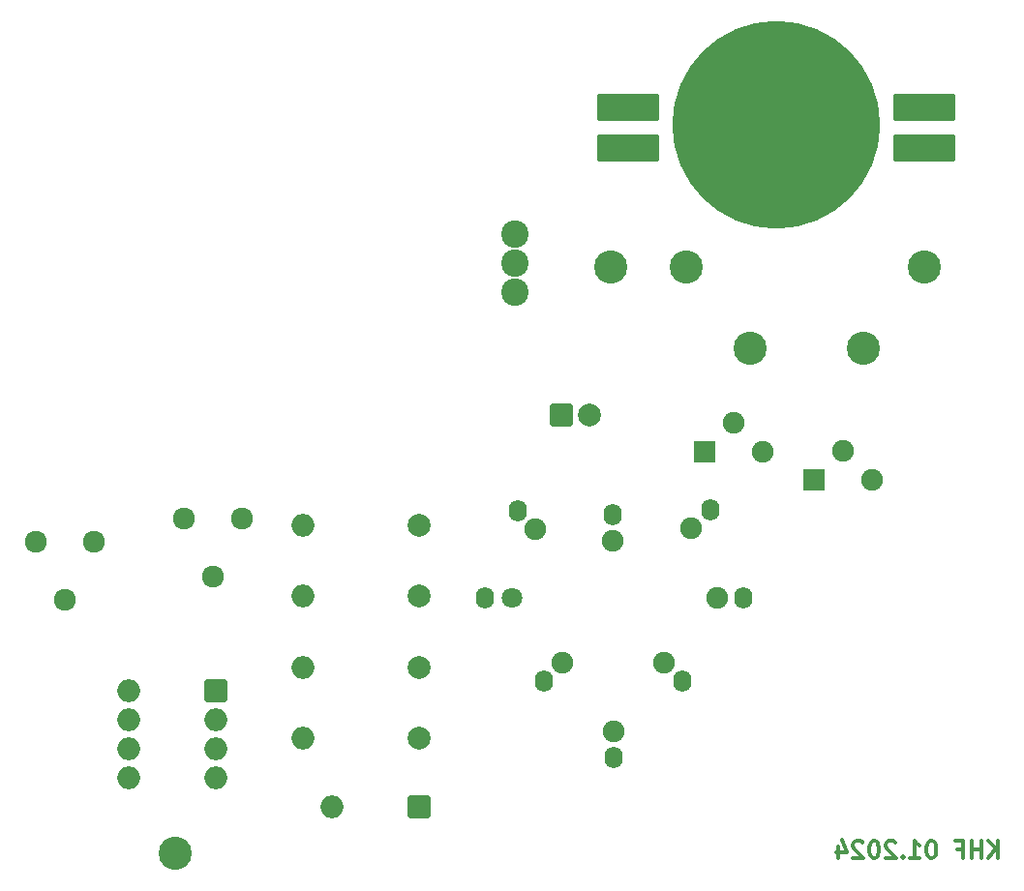
<source format=gbr>
%TF.GenerationSoftware,KiCad,Pcbnew,8.0.1*%
%TF.CreationDate,2024-04-02T10:44:01+02:00*%
%TF.ProjectId,Einhorn,45696e68-6f72-46e2-9e6b-696361645f70,rev?*%
%TF.SameCoordinates,Original*%
%TF.FileFunction,Soldermask,Bot*%
%TF.FilePolarity,Negative*%
%FSLAX46Y46*%
G04 Gerber Fmt 4.6, Leading zero omitted, Abs format (unit mm)*
G04 Created by KiCad (PCBNEW 8.0.1) date 2024-04-02 10:44:01*
%MOMM*%
%LPD*%
G01*
G04 APERTURE LIST*
G04 Aperture macros list*
%AMRoundRect*
0 Rectangle with rounded corners*
0 $1 Rounding radius*
0 $2 $3 $4 $5 $6 $7 $8 $9 X,Y pos of 4 corners*
0 Add a 4 corners polygon primitive as box body*
4,1,4,$2,$3,$4,$5,$6,$7,$8,$9,$2,$3,0*
0 Add four circle primitives for the rounded corners*
1,1,$1+$1,$2,$3*
1,1,$1+$1,$4,$5*
1,1,$1+$1,$6,$7*
1,1,$1+$1,$8,$9*
0 Add four rect primitives between the rounded corners*
20,1,$1+$1,$2,$3,$4,$5,0*
20,1,$1+$1,$4,$5,$6,$7,0*
20,1,$1+$1,$6,$7,$8,$9,0*
20,1,$1+$1,$8,$9,$2,$3,0*%
G04 Aperture macros list end*
%ADD10C,0.300000*%
%ADD11C,2.900000*%
%ADD12RoundRect,0.200000X-2.500000X-1.000000X2.500000X-1.000000X2.500000X1.000000X-2.500000X1.000000X0*%
%ADD13C,18.180000*%
%ADD14RoundRect,0.200000X-0.750000X-0.750000X0.750000X-0.750000X0.750000X0.750000X-0.750000X0.750000X0*%
%ADD15C,1.900000*%
%ADD16RoundRect,0.200000X-0.800000X-0.800000X0.800000X-0.800000X0.800000X0.800000X-0.800000X0.800000X0*%
%ADD17C,2.000000*%
%ADD18C,1.924000*%
%ADD19O,1.600000X1.900000*%
%ADD20C,1.800000*%
%ADD21RoundRect,0.200000X0.800000X0.800000X-0.800000X0.800000X-0.800000X-0.800000X0.800000X-0.800000X0*%
%ADD22O,2.000000X2.000000*%
%ADD23C,2.400000*%
G04 APERTURE END LIST*
D10*
X122345489Y-99910828D02*
X122345489Y-98410828D01*
X121488346Y-99910828D02*
X122131203Y-99053685D01*
X121488346Y-98410828D02*
X122345489Y-99267971D01*
X120845489Y-99910828D02*
X120845489Y-98410828D01*
X120845489Y-99125114D02*
X119988346Y-99125114D01*
X119988346Y-99910828D02*
X119988346Y-98410828D01*
X118774060Y-99125114D02*
X119274060Y-99125114D01*
X119274060Y-99910828D02*
X119274060Y-98410828D01*
X119274060Y-98410828D02*
X118559774Y-98410828D01*
X116559774Y-98410828D02*
X116416917Y-98410828D01*
X116416917Y-98410828D02*
X116274060Y-98482257D01*
X116274060Y-98482257D02*
X116202632Y-98553685D01*
X116202632Y-98553685D02*
X116131203Y-98696542D01*
X116131203Y-98696542D02*
X116059774Y-98982257D01*
X116059774Y-98982257D02*
X116059774Y-99339400D01*
X116059774Y-99339400D02*
X116131203Y-99625114D01*
X116131203Y-99625114D02*
X116202632Y-99767971D01*
X116202632Y-99767971D02*
X116274060Y-99839400D01*
X116274060Y-99839400D02*
X116416917Y-99910828D01*
X116416917Y-99910828D02*
X116559774Y-99910828D01*
X116559774Y-99910828D02*
X116702632Y-99839400D01*
X116702632Y-99839400D02*
X116774060Y-99767971D01*
X116774060Y-99767971D02*
X116845489Y-99625114D01*
X116845489Y-99625114D02*
X116916917Y-99339400D01*
X116916917Y-99339400D02*
X116916917Y-98982257D01*
X116916917Y-98982257D02*
X116845489Y-98696542D01*
X116845489Y-98696542D02*
X116774060Y-98553685D01*
X116774060Y-98553685D02*
X116702632Y-98482257D01*
X116702632Y-98482257D02*
X116559774Y-98410828D01*
X114631203Y-99910828D02*
X115488346Y-99910828D01*
X115059775Y-99910828D02*
X115059775Y-98410828D01*
X115059775Y-98410828D02*
X115202632Y-98625114D01*
X115202632Y-98625114D02*
X115345489Y-98767971D01*
X115345489Y-98767971D02*
X115488346Y-98839400D01*
X113988347Y-99767971D02*
X113916918Y-99839400D01*
X113916918Y-99839400D02*
X113988347Y-99910828D01*
X113988347Y-99910828D02*
X114059775Y-99839400D01*
X114059775Y-99839400D02*
X113988347Y-99767971D01*
X113988347Y-99767971D02*
X113988347Y-99910828D01*
X113345489Y-98553685D02*
X113274061Y-98482257D01*
X113274061Y-98482257D02*
X113131204Y-98410828D01*
X113131204Y-98410828D02*
X112774061Y-98410828D01*
X112774061Y-98410828D02*
X112631204Y-98482257D01*
X112631204Y-98482257D02*
X112559775Y-98553685D01*
X112559775Y-98553685D02*
X112488346Y-98696542D01*
X112488346Y-98696542D02*
X112488346Y-98839400D01*
X112488346Y-98839400D02*
X112559775Y-99053685D01*
X112559775Y-99053685D02*
X113416918Y-99910828D01*
X113416918Y-99910828D02*
X112488346Y-99910828D01*
X111559775Y-98410828D02*
X111416918Y-98410828D01*
X111416918Y-98410828D02*
X111274061Y-98482257D01*
X111274061Y-98482257D02*
X111202633Y-98553685D01*
X111202633Y-98553685D02*
X111131204Y-98696542D01*
X111131204Y-98696542D02*
X111059775Y-98982257D01*
X111059775Y-98982257D02*
X111059775Y-99339400D01*
X111059775Y-99339400D02*
X111131204Y-99625114D01*
X111131204Y-99625114D02*
X111202633Y-99767971D01*
X111202633Y-99767971D02*
X111274061Y-99839400D01*
X111274061Y-99839400D02*
X111416918Y-99910828D01*
X111416918Y-99910828D02*
X111559775Y-99910828D01*
X111559775Y-99910828D02*
X111702633Y-99839400D01*
X111702633Y-99839400D02*
X111774061Y-99767971D01*
X111774061Y-99767971D02*
X111845490Y-99625114D01*
X111845490Y-99625114D02*
X111916918Y-99339400D01*
X111916918Y-99339400D02*
X111916918Y-98982257D01*
X111916918Y-98982257D02*
X111845490Y-98696542D01*
X111845490Y-98696542D02*
X111774061Y-98553685D01*
X111774061Y-98553685D02*
X111702633Y-98482257D01*
X111702633Y-98482257D02*
X111559775Y-98410828D01*
X110488347Y-98553685D02*
X110416919Y-98482257D01*
X110416919Y-98482257D02*
X110274062Y-98410828D01*
X110274062Y-98410828D02*
X109916919Y-98410828D01*
X109916919Y-98410828D02*
X109774062Y-98482257D01*
X109774062Y-98482257D02*
X109702633Y-98553685D01*
X109702633Y-98553685D02*
X109631204Y-98696542D01*
X109631204Y-98696542D02*
X109631204Y-98839400D01*
X109631204Y-98839400D02*
X109702633Y-99053685D01*
X109702633Y-99053685D02*
X110559776Y-99910828D01*
X110559776Y-99910828D02*
X109631204Y-99910828D01*
X108345491Y-98910828D02*
X108345491Y-99910828D01*
X108702633Y-98339400D02*
X109059776Y-99410828D01*
X109059776Y-99410828D02*
X108131205Y-99410828D01*
D11*
%TO.C,T2_B*%
X110500000Y-55292000D03*
%TD*%
%TO.C,GND*%
X95006000Y-48180000D03*
%TD*%
D12*
%TO.C,U2*%
X89940000Y-34210000D03*
X89940000Y-37766000D03*
X115834000Y-34210000D03*
X115834000Y-37766000D03*
D13*
X102880000Y-35734000D03*
%TD*%
D14*
%TO.C,T2*%
X106256000Y-66790000D03*
D15*
X108796000Y-64250000D03*
X111336000Y-66790000D03*
%TD*%
D14*
%TO.C,T1*%
X96646000Y-64350000D03*
D15*
X99186000Y-61810000D03*
X101726000Y-64350000D03*
%TD*%
D11*
%TO.C,T1_B*%
X100594000Y-55292000D03*
%TD*%
%TO.C,Q*%
X50302000Y-99488000D03*
%TD*%
%TO.C,VCC*%
X115834000Y-48180000D03*
%TD*%
%TO.C,*%
X88402000Y-48180000D03*
%TD*%
D16*
%TO.C,C1*%
X84084000Y-61134000D03*
D17*
X86584000Y-61134000D03*
%TD*%
D18*
%TO.C,P1*%
X56144000Y-70212000D03*
X51064000Y-70212000D03*
X53604000Y-75292000D03*
%TD*%
D19*
%TO.C,U3*%
X100026000Y-77136000D03*
X97126000Y-69436000D03*
X94726000Y-84436000D03*
X88726000Y-91136000D03*
X88622051Y-69860000D03*
X82629949Y-84436000D03*
X80326000Y-69532051D03*
X77426000Y-77136000D03*
D15*
X97726000Y-77136000D03*
X95426000Y-71036000D03*
X93126000Y-82836000D03*
X88726000Y-88836000D03*
X88622051Y-72146000D03*
X84229949Y-82836000D03*
X81826000Y-71132051D03*
D20*
X79826000Y-77136000D03*
%TD*%
D21*
%TO.C,D3*%
X71638000Y-95424000D03*
D22*
X64018000Y-95424000D03*
%TD*%
D17*
%TO.C,R4*%
X71638000Y-77008000D03*
D22*
X61478000Y-77008000D03*
%TD*%
D17*
%TO.C,R5*%
X71638000Y-83230000D03*
D22*
X61478000Y-83230000D03*
%TD*%
D17*
%TO.C,R6*%
X71638000Y-89452000D03*
D22*
X61478000Y-89452000D03*
%TD*%
D21*
%TO.C,U1*%
X53858000Y-85264000D03*
D22*
X53858000Y-87804000D03*
X53858000Y-90344000D03*
X53858000Y-92884000D03*
X46238000Y-92884000D03*
X46238000Y-90344000D03*
X46238000Y-87804000D03*
X46238000Y-85264000D03*
%TD*%
D17*
%TO.C,R3*%
X71638000Y-70786000D03*
D22*
X61478000Y-70786000D03*
%TD*%
D18*
%TO.C,P2*%
X43190000Y-72244000D03*
X38110000Y-72244000D03*
X40650000Y-77324000D03*
%TD*%
D23*
%TO.C,S1*%
X80058100Y-45347900D03*
X80058100Y-47887900D03*
X80058100Y-50427900D03*
%TD*%
M02*

</source>
